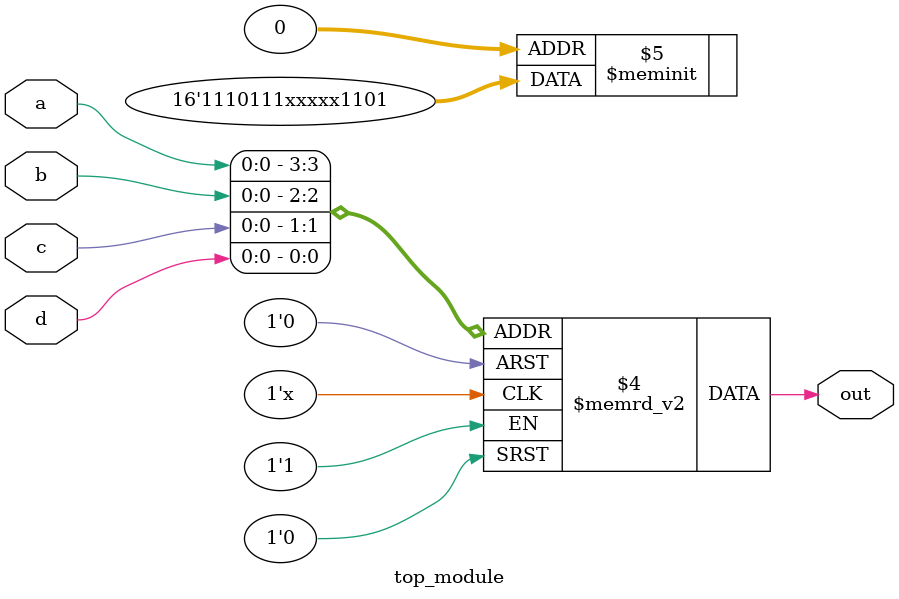
<source format=sv>
module top_module (
    input a, 
    input b,
    input c,
    input d,
    output reg out
);

	always @(*)
	begin
		case({a,b,c,d})
			4'b0000: out = 1'b1;
			4'b0001: out = 1'b0;
			4'b0010: out = 1'b1;
			4'b0011: out = 1'b1;
			4'b0100: out = 1'bx; // Add "x" to indicate don't-care
			4'b0101: out = 1'bx; // Add "x" to indicate don't-care
			4'b0110: out = 1'bx; // Add "x" to indicate don't-care
			4'b0111: out = 1'bx; // Add "x" to indicate don't-care
			4'b1000: out = 1'bx; // Add "x" to indicate don't-care
			4'b1001: out = 1'b1;
			4'b1010: out = 1'b1;
			4'b1011: out = 1'b1;
			4'b1100: out = 1'b0;
			4'b1101: out = 1'b1;
			4'b1110: out = 1'b1;
			default: out = 1'b1;
		endcase
	end

endmodule

</source>
